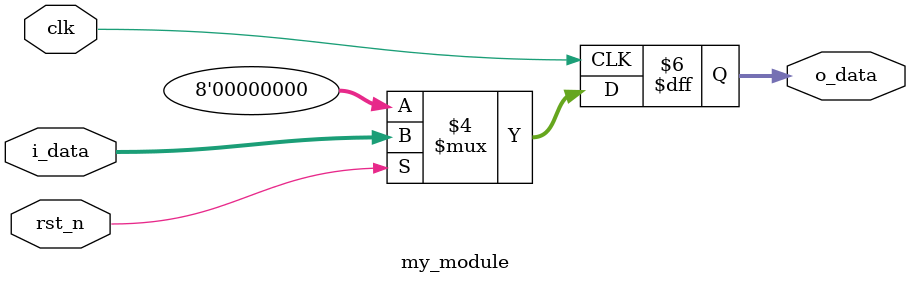
<source format=v>
module my_module (
    input  wire clk,
    input  wire rst_n,
    input  wire [7:0] i_data,
    output reg  [7:0] o_data
);
    always @(posedge clk) begin
        if (!rst_n)
            o_data <= 8'd0;
        else
            o_data <= i_data;
    end
endmodule

</source>
